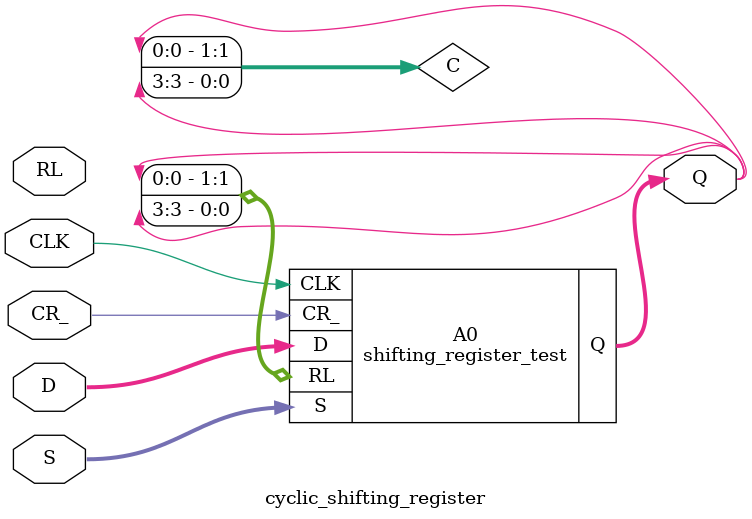
<source format=v>
`timescale 1ns / 1ps


module shifting_register_test(
    input CR_,
    input CLK,
    input [1:0] S,              //¹¦ÄÜÑ¡Ôñ
    input [1:0] RL,             //´®ÐÐÊäÈë
    input [3:0] D,              //²¢ÐÐÊäÈë
    output reg [3:0] Q         //Êä³ö
    );
    
    always @(posedge CLK or negedge CR_)
        begin
        if (CR_==1'b0) begin
            Q<=4'b0000;
        end
    
        else begin    
        case (S)
            2'b00:begin
                Q <= Q;
            end
            2'b01:begin
                Q <= { RL[1],Q[3:1]};            
            end
            2'b10:begin
                Q <= { Q[2:0],RL[0]};
            end
            2'b11:begin
                Q <= { D[3:0]};
            end
        endcase
        end
        
     end
endmodule

    
module cyclic_shifting_register(               
    CR_,CLK,S,RL,D,Q
    );
    input CR_;
    input CLK;
    input [1:0] S;              //¹¦ÄÜÑ¡Ôñ
    input [1:0] RL;             //´®ÐÐÊäÈë
    input [3:0] D;              //²¢ÐÐÊäÈë
    output [3:0] Q;        //Êä³ö
    reg [1:0] C;
    
    
    shifting_register_test A0(          //´´½¨Ò»¸öÒÆÎ»Æ÷µÄ¶ÔÏóA0
        .CR_(CR_),
        .CLK(CLK),
        .S(S),
        .RL(C),
        .D(D),
        .Q(Q)
    );
    always @(*)
    begin
        C[1]=Q[0];
        C[0]=Q[3];
    end

endmodule


</source>
